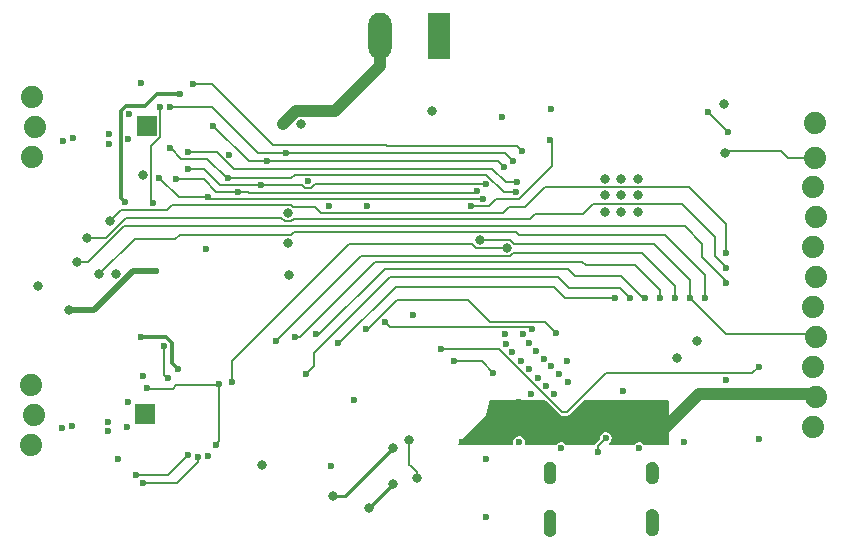
<source format=gbr>
%TF.GenerationSoftware,KiCad,Pcbnew,7.0.9*%
%TF.CreationDate,2023-12-08T19:14:30-07:00*%
%TF.ProjectId,mini_motor_go_V1_rev3,6d696e69-5f6d-46f7-946f-725f676f5f56,rev?*%
%TF.SameCoordinates,Original*%
%TF.FileFunction,Copper,L4,Bot*%
%TF.FilePolarity,Positive*%
%FSLAX46Y46*%
G04 Gerber Fmt 4.6, Leading zero omitted, Abs format (unit mm)*
G04 Created by KiCad (PCBNEW 7.0.9) date 2023-12-08 19:14:30*
%MOMM*%
%LPD*%
G01*
G04 APERTURE LIST*
%TA.AperFunction,EtchedComponent*%
%ADD10C,0.010000*%
%TD*%
%TA.AperFunction,ComponentPad*%
%ADD11C,0.600000*%
%TD*%
%TA.AperFunction,SMDPad,CuDef*%
%ADD12R,1.700000X1.700000*%
%TD*%
%TA.AperFunction,ComponentPad*%
%ADD13C,1.879600*%
%TD*%
%TA.AperFunction,ComponentPad*%
%ADD14O,0.800000X1.600000*%
%TD*%
%TA.AperFunction,ComponentPad*%
%ADD15R,1.980000X3.960000*%
%TD*%
%TA.AperFunction,ComponentPad*%
%ADD16O,1.980000X3.960000*%
%TD*%
%TA.AperFunction,ViaPad*%
%ADD17C,0.600000*%
%TD*%
%TA.AperFunction,ViaPad*%
%ADD18C,0.800000*%
%TD*%
%TA.AperFunction,Conductor*%
%ADD19C,1.000000*%
%TD*%
%TA.AperFunction,Conductor*%
%ADD20C,0.300000*%
%TD*%
%TA.AperFunction,Conductor*%
%ADD21C,0.200000*%
%TD*%
%TA.AperFunction,Conductor*%
%ADD22C,0.500000*%
%TD*%
%TA.AperFunction,Conductor*%
%ADD23C,0.152000*%
%TD*%
%TA.AperFunction,Conductor*%
%ADD24C,0.250000*%
%TD*%
G04 APERTURE END LIST*
%TO.C,J11*%
D10*
X160079600Y-89551700D02*
X160105600Y-89553700D01*
X160131600Y-89556700D01*
X160157600Y-89561700D01*
X160182600Y-89567700D01*
X160208600Y-89574700D01*
X160232600Y-89583700D01*
X160256600Y-89593700D01*
X160280600Y-89604700D01*
X160303600Y-89617700D01*
X160325600Y-89631700D01*
X160347600Y-89645700D01*
X160368600Y-89661700D01*
X160388600Y-89678700D01*
X160407600Y-89696700D01*
X160425600Y-89715700D01*
X160442600Y-89735700D01*
X160458600Y-89756700D01*
X160472600Y-89778700D01*
X160486600Y-89800700D01*
X160499600Y-89823700D01*
X160510600Y-89847700D01*
X160520600Y-89871700D01*
X160529600Y-89895700D01*
X160536600Y-89921700D01*
X160542600Y-89946700D01*
X160547600Y-89972700D01*
X160550600Y-89998700D01*
X160552600Y-90024700D01*
X160553600Y-90050700D01*
X160553600Y-90850700D01*
X160552600Y-90876700D01*
X160550600Y-90902700D01*
X160547600Y-90928700D01*
X160542600Y-90954700D01*
X160536600Y-90979700D01*
X160529600Y-91005700D01*
X160520600Y-91029700D01*
X160510600Y-91053700D01*
X160499600Y-91077700D01*
X160486600Y-91100700D01*
X160472600Y-91122700D01*
X160458600Y-91144700D01*
X160442600Y-91165700D01*
X160425600Y-91185700D01*
X160407600Y-91204700D01*
X160388600Y-91222700D01*
X160368600Y-91239700D01*
X160347600Y-91255700D01*
X160325600Y-91269700D01*
X160303600Y-91283700D01*
X160280600Y-91296700D01*
X160256600Y-91307700D01*
X160232600Y-91317700D01*
X160208600Y-91326700D01*
X160182600Y-91333700D01*
X160157600Y-91339700D01*
X160131600Y-91344700D01*
X160105600Y-91347700D01*
X160079600Y-91349700D01*
X160053600Y-91350700D01*
X160027600Y-91349700D01*
X160001600Y-91347700D01*
X159975600Y-91344700D01*
X159949600Y-91339700D01*
X159924600Y-91333700D01*
X159898600Y-91326700D01*
X159874600Y-91317700D01*
X159850600Y-91307700D01*
X159826600Y-91296700D01*
X159803600Y-91283700D01*
X159781600Y-91269700D01*
X159759600Y-91255700D01*
X159738600Y-91239700D01*
X159718600Y-91222700D01*
X159699600Y-91204700D01*
X159681600Y-91185700D01*
X159664600Y-91165700D01*
X159648600Y-91144700D01*
X159634600Y-91122700D01*
X159620600Y-91100700D01*
X159607600Y-91077700D01*
X159596600Y-91053700D01*
X159586600Y-91029700D01*
X159577600Y-91005700D01*
X159570600Y-90979700D01*
X159564600Y-90954700D01*
X159559600Y-90928700D01*
X159556600Y-90902700D01*
X159554600Y-90876700D01*
X159553600Y-90850700D01*
X159553600Y-90050700D01*
X159554600Y-90024700D01*
X159556600Y-89998700D01*
X159559600Y-89972700D01*
X159564600Y-89946700D01*
X159570600Y-89921700D01*
X159577600Y-89895700D01*
X159586600Y-89871700D01*
X159596600Y-89847700D01*
X159607600Y-89823700D01*
X159620600Y-89800700D01*
X159634600Y-89778700D01*
X159648600Y-89756700D01*
X159664600Y-89735700D01*
X159681600Y-89715700D01*
X159699600Y-89696700D01*
X159718600Y-89678700D01*
X159738600Y-89661700D01*
X159759600Y-89645700D01*
X159781600Y-89631700D01*
X159803600Y-89617700D01*
X159826600Y-89604700D01*
X159850600Y-89593700D01*
X159874600Y-89583700D01*
X159898600Y-89574700D01*
X159924600Y-89567700D01*
X159949600Y-89561700D01*
X159975600Y-89556700D01*
X160001600Y-89553700D01*
X160027600Y-89551700D01*
X160053600Y-89550700D01*
X160079600Y-89551700D01*
%TA.AperFunction,EtchedComponent*%
G36*
X160079600Y-89551700D02*
G01*
X160105600Y-89553700D01*
X160131600Y-89556700D01*
X160157600Y-89561700D01*
X160182600Y-89567700D01*
X160208600Y-89574700D01*
X160232600Y-89583700D01*
X160256600Y-89593700D01*
X160280600Y-89604700D01*
X160303600Y-89617700D01*
X160325600Y-89631700D01*
X160347600Y-89645700D01*
X160368600Y-89661700D01*
X160388600Y-89678700D01*
X160407600Y-89696700D01*
X160425600Y-89715700D01*
X160442600Y-89735700D01*
X160458600Y-89756700D01*
X160472600Y-89778700D01*
X160486600Y-89800700D01*
X160499600Y-89823700D01*
X160510600Y-89847700D01*
X160520600Y-89871700D01*
X160529600Y-89895700D01*
X160536600Y-89921700D01*
X160542600Y-89946700D01*
X160547600Y-89972700D01*
X160550600Y-89998700D01*
X160552600Y-90024700D01*
X160553600Y-90050700D01*
X160553600Y-90850700D01*
X160552600Y-90876700D01*
X160550600Y-90902700D01*
X160547600Y-90928700D01*
X160542600Y-90954700D01*
X160536600Y-90979700D01*
X160529600Y-91005700D01*
X160520600Y-91029700D01*
X160510600Y-91053700D01*
X160499600Y-91077700D01*
X160486600Y-91100700D01*
X160472600Y-91122700D01*
X160458600Y-91144700D01*
X160442600Y-91165700D01*
X160425600Y-91185700D01*
X160407600Y-91204700D01*
X160388600Y-91222700D01*
X160368600Y-91239700D01*
X160347600Y-91255700D01*
X160325600Y-91269700D01*
X160303600Y-91283700D01*
X160280600Y-91296700D01*
X160256600Y-91307700D01*
X160232600Y-91317700D01*
X160208600Y-91326700D01*
X160182600Y-91333700D01*
X160157600Y-91339700D01*
X160131600Y-91344700D01*
X160105600Y-91347700D01*
X160079600Y-91349700D01*
X160053600Y-91350700D01*
X160027600Y-91349700D01*
X160001600Y-91347700D01*
X159975600Y-91344700D01*
X159949600Y-91339700D01*
X159924600Y-91333700D01*
X159898600Y-91326700D01*
X159874600Y-91317700D01*
X159850600Y-91307700D01*
X159826600Y-91296700D01*
X159803600Y-91283700D01*
X159781600Y-91269700D01*
X159759600Y-91255700D01*
X159738600Y-91239700D01*
X159718600Y-91222700D01*
X159699600Y-91204700D01*
X159681600Y-91185700D01*
X159664600Y-91165700D01*
X159648600Y-91144700D01*
X159634600Y-91122700D01*
X159620600Y-91100700D01*
X159607600Y-91077700D01*
X159596600Y-91053700D01*
X159586600Y-91029700D01*
X159577600Y-91005700D01*
X159570600Y-90979700D01*
X159564600Y-90954700D01*
X159559600Y-90928700D01*
X159556600Y-90902700D01*
X159554600Y-90876700D01*
X159553600Y-90850700D01*
X159553600Y-90050700D01*
X159554600Y-90024700D01*
X159556600Y-89998700D01*
X159559600Y-89972700D01*
X159564600Y-89946700D01*
X159570600Y-89921700D01*
X159577600Y-89895700D01*
X159586600Y-89871700D01*
X159596600Y-89847700D01*
X159607600Y-89823700D01*
X159620600Y-89800700D01*
X159634600Y-89778700D01*
X159648600Y-89756700D01*
X159664600Y-89735700D01*
X159681600Y-89715700D01*
X159699600Y-89696700D01*
X159718600Y-89678700D01*
X159738600Y-89661700D01*
X159759600Y-89645700D01*
X159781600Y-89631700D01*
X159803600Y-89617700D01*
X159826600Y-89604700D01*
X159850600Y-89593700D01*
X159874600Y-89583700D01*
X159898600Y-89574700D01*
X159924600Y-89567700D01*
X159949600Y-89561700D01*
X159975600Y-89556700D01*
X160001600Y-89553700D01*
X160027600Y-89551700D01*
X160053600Y-89550700D01*
X160079600Y-89551700D01*
G37*
%TD.AperFunction*%
X160079600Y-93601700D02*
X160105600Y-93603700D01*
X160131600Y-93606700D01*
X160157600Y-93611700D01*
X160182600Y-93617700D01*
X160208600Y-93624700D01*
X160232600Y-93633700D01*
X160256600Y-93643700D01*
X160280600Y-93654700D01*
X160303600Y-93667700D01*
X160325600Y-93681700D01*
X160347600Y-93695700D01*
X160368600Y-93711700D01*
X160388600Y-93728700D01*
X160407600Y-93746700D01*
X160425600Y-93765700D01*
X160442600Y-93785700D01*
X160458600Y-93806700D01*
X160472600Y-93828700D01*
X160486600Y-93850700D01*
X160499600Y-93873700D01*
X160510600Y-93897700D01*
X160520600Y-93921700D01*
X160529600Y-93945700D01*
X160536600Y-93971700D01*
X160542600Y-93996700D01*
X160547600Y-94022700D01*
X160550600Y-94048700D01*
X160552600Y-94074700D01*
X160553600Y-94100700D01*
X160553600Y-95300700D01*
X160552600Y-95326700D01*
X160550600Y-95352700D01*
X160547600Y-95378700D01*
X160542600Y-95404700D01*
X160536600Y-95429700D01*
X160529600Y-95455700D01*
X160520600Y-95479700D01*
X160510600Y-95503700D01*
X160499600Y-95527700D01*
X160486600Y-95550700D01*
X160472600Y-95572700D01*
X160458600Y-95594700D01*
X160442600Y-95615700D01*
X160425600Y-95635700D01*
X160407600Y-95654700D01*
X160388600Y-95672700D01*
X160368600Y-95689700D01*
X160347600Y-95705700D01*
X160325600Y-95719700D01*
X160303600Y-95733700D01*
X160280600Y-95746700D01*
X160256600Y-95757700D01*
X160232600Y-95767700D01*
X160208600Y-95776700D01*
X160182600Y-95783700D01*
X160157600Y-95789700D01*
X160131600Y-95794700D01*
X160105600Y-95797700D01*
X160079600Y-95799700D01*
X160053600Y-95800700D01*
X160027600Y-95799700D01*
X160001600Y-95797700D01*
X159975600Y-95794700D01*
X159949600Y-95789700D01*
X159924600Y-95783700D01*
X159898600Y-95776700D01*
X159874600Y-95767700D01*
X159850600Y-95757700D01*
X159826600Y-95746700D01*
X159803600Y-95733700D01*
X159781600Y-95719700D01*
X159759600Y-95705700D01*
X159738600Y-95689700D01*
X159718600Y-95672700D01*
X159699600Y-95654700D01*
X159681600Y-95635700D01*
X159664600Y-95615700D01*
X159648600Y-95594700D01*
X159634600Y-95572700D01*
X159620600Y-95550700D01*
X159607600Y-95527700D01*
X159596600Y-95503700D01*
X159586600Y-95479700D01*
X159577600Y-95455700D01*
X159570600Y-95429700D01*
X159564600Y-95404700D01*
X159559600Y-95378700D01*
X159556600Y-95352700D01*
X159554600Y-95326700D01*
X159553600Y-95300700D01*
X159553600Y-94100700D01*
X159554600Y-94074700D01*
X159556600Y-94048700D01*
X159559600Y-94022700D01*
X159564600Y-93996700D01*
X159570600Y-93971700D01*
X159577600Y-93945700D01*
X159586600Y-93921700D01*
X159596600Y-93897700D01*
X159607600Y-93873700D01*
X159620600Y-93850700D01*
X159634600Y-93828700D01*
X159648600Y-93806700D01*
X159664600Y-93785700D01*
X159681600Y-93765700D01*
X159699600Y-93746700D01*
X159718600Y-93728700D01*
X159738600Y-93711700D01*
X159759600Y-93695700D01*
X159781600Y-93681700D01*
X159803600Y-93667700D01*
X159826600Y-93654700D01*
X159850600Y-93643700D01*
X159874600Y-93633700D01*
X159898600Y-93624700D01*
X159924600Y-93617700D01*
X159949600Y-93611700D01*
X159975600Y-93606700D01*
X160001600Y-93603700D01*
X160027600Y-93601700D01*
X160053600Y-93600700D01*
X160079600Y-93601700D01*
%TA.AperFunction,EtchedComponent*%
G36*
X160079600Y-93601700D02*
G01*
X160105600Y-93603700D01*
X160131600Y-93606700D01*
X160157600Y-93611700D01*
X160182600Y-93617700D01*
X160208600Y-93624700D01*
X160232600Y-93633700D01*
X160256600Y-93643700D01*
X160280600Y-93654700D01*
X160303600Y-93667700D01*
X160325600Y-93681700D01*
X160347600Y-93695700D01*
X160368600Y-93711700D01*
X160388600Y-93728700D01*
X160407600Y-93746700D01*
X160425600Y-93765700D01*
X160442600Y-93785700D01*
X160458600Y-93806700D01*
X160472600Y-93828700D01*
X160486600Y-93850700D01*
X160499600Y-93873700D01*
X160510600Y-93897700D01*
X160520600Y-93921700D01*
X160529600Y-93945700D01*
X160536600Y-93971700D01*
X160542600Y-93996700D01*
X160547600Y-94022700D01*
X160550600Y-94048700D01*
X160552600Y-94074700D01*
X160553600Y-94100700D01*
X160553600Y-95300700D01*
X160552600Y-95326700D01*
X160550600Y-95352700D01*
X160547600Y-95378700D01*
X160542600Y-95404700D01*
X160536600Y-95429700D01*
X160529600Y-95455700D01*
X160520600Y-95479700D01*
X160510600Y-95503700D01*
X160499600Y-95527700D01*
X160486600Y-95550700D01*
X160472600Y-95572700D01*
X160458600Y-95594700D01*
X160442600Y-95615700D01*
X160425600Y-95635700D01*
X160407600Y-95654700D01*
X160388600Y-95672700D01*
X160368600Y-95689700D01*
X160347600Y-95705700D01*
X160325600Y-95719700D01*
X160303600Y-95733700D01*
X160280600Y-95746700D01*
X160256600Y-95757700D01*
X160232600Y-95767700D01*
X160208600Y-95776700D01*
X160182600Y-95783700D01*
X160157600Y-95789700D01*
X160131600Y-95794700D01*
X160105600Y-95797700D01*
X160079600Y-95799700D01*
X160053600Y-95800700D01*
X160027600Y-95799700D01*
X160001600Y-95797700D01*
X159975600Y-95794700D01*
X159949600Y-95789700D01*
X159924600Y-95783700D01*
X159898600Y-95776700D01*
X159874600Y-95767700D01*
X159850600Y-95757700D01*
X159826600Y-95746700D01*
X159803600Y-95733700D01*
X159781600Y-95719700D01*
X159759600Y-95705700D01*
X159738600Y-95689700D01*
X159718600Y-95672700D01*
X159699600Y-95654700D01*
X159681600Y-95635700D01*
X159664600Y-95615700D01*
X159648600Y-95594700D01*
X159634600Y-95572700D01*
X159620600Y-95550700D01*
X159607600Y-95527700D01*
X159596600Y-95503700D01*
X159586600Y-95479700D01*
X159577600Y-95455700D01*
X159570600Y-95429700D01*
X159564600Y-95404700D01*
X159559600Y-95378700D01*
X159556600Y-95352700D01*
X159554600Y-95326700D01*
X159553600Y-95300700D01*
X159553600Y-94100700D01*
X159554600Y-94074700D01*
X159556600Y-94048700D01*
X159559600Y-94022700D01*
X159564600Y-93996700D01*
X159570600Y-93971700D01*
X159577600Y-93945700D01*
X159586600Y-93921700D01*
X159596600Y-93897700D01*
X159607600Y-93873700D01*
X159620600Y-93850700D01*
X159634600Y-93828700D01*
X159648600Y-93806700D01*
X159664600Y-93785700D01*
X159681600Y-93765700D01*
X159699600Y-93746700D01*
X159718600Y-93728700D01*
X159738600Y-93711700D01*
X159759600Y-93695700D01*
X159781600Y-93681700D01*
X159803600Y-93667700D01*
X159826600Y-93654700D01*
X159850600Y-93643700D01*
X159874600Y-93633700D01*
X159898600Y-93624700D01*
X159924600Y-93617700D01*
X159949600Y-93611700D01*
X159975600Y-93606700D01*
X160001600Y-93603700D01*
X160027600Y-93601700D01*
X160053600Y-93600700D01*
X160079600Y-93601700D01*
G37*
%TD.AperFunction*%
X168729600Y-89551700D02*
X168755600Y-89553700D01*
X168781600Y-89556700D01*
X168807600Y-89561700D01*
X168832600Y-89567700D01*
X168858600Y-89574700D01*
X168882600Y-89583700D01*
X168906600Y-89593700D01*
X168930600Y-89604700D01*
X168953600Y-89617700D01*
X168975600Y-89631700D01*
X168997600Y-89645700D01*
X169018600Y-89661700D01*
X169038600Y-89678700D01*
X169057600Y-89696700D01*
X169075600Y-89715700D01*
X169092600Y-89735700D01*
X169108600Y-89756700D01*
X169122600Y-89778700D01*
X169136600Y-89800700D01*
X169149600Y-89823700D01*
X169160600Y-89847700D01*
X169170600Y-89871700D01*
X169179600Y-89895700D01*
X169186600Y-89921700D01*
X169192600Y-89946700D01*
X169197600Y-89972700D01*
X169200600Y-89998700D01*
X169202600Y-90024700D01*
X169203600Y-90050700D01*
X169203600Y-90850700D01*
X169202600Y-90876700D01*
X169200600Y-90902700D01*
X169197600Y-90928700D01*
X169192600Y-90954700D01*
X169186600Y-90979700D01*
X169179600Y-91005700D01*
X169170600Y-91029700D01*
X169160600Y-91053700D01*
X169149600Y-91077700D01*
X169136600Y-91100700D01*
X169122600Y-91122700D01*
X169108600Y-91144700D01*
X169092600Y-91165700D01*
X169075600Y-91185700D01*
X169057600Y-91204700D01*
X169038600Y-91222700D01*
X169018600Y-91239700D01*
X168997600Y-91255700D01*
X168975600Y-91269700D01*
X168953600Y-91283700D01*
X168930600Y-91296700D01*
X168906600Y-91307700D01*
X168882600Y-91317700D01*
X168858600Y-91326700D01*
X168832600Y-91333700D01*
X168807600Y-91339700D01*
X168781600Y-91344700D01*
X168755600Y-91347700D01*
X168729600Y-91349700D01*
X168703600Y-91350700D01*
X168677600Y-91349700D01*
X168651600Y-91347700D01*
X168625600Y-91344700D01*
X168599600Y-91339700D01*
X168574600Y-91333700D01*
X168548600Y-91326700D01*
X168524600Y-91317700D01*
X168500600Y-91307700D01*
X168476600Y-91296700D01*
X168453600Y-91283700D01*
X168431600Y-91269700D01*
X168409600Y-91255700D01*
X168388600Y-91239700D01*
X168368600Y-91222700D01*
X168349600Y-91204700D01*
X168331600Y-91185700D01*
X168314600Y-91165700D01*
X168298600Y-91144700D01*
X168284600Y-91122700D01*
X168270600Y-91100700D01*
X168257600Y-91077700D01*
X168246600Y-91053700D01*
X168236600Y-91029700D01*
X168227600Y-91005700D01*
X168220600Y-90979700D01*
X168214600Y-90954700D01*
X168209600Y-90928700D01*
X168206600Y-90902700D01*
X168204600Y-90876700D01*
X168203600Y-90850700D01*
X168203600Y-90050700D01*
X168204600Y-90024700D01*
X168206600Y-89998700D01*
X168209600Y-89972700D01*
X168214600Y-89946700D01*
X168220600Y-89921700D01*
X168227600Y-89895700D01*
X168236600Y-89871700D01*
X168246600Y-89847700D01*
X168257600Y-89823700D01*
X168270600Y-89800700D01*
X168284600Y-89778700D01*
X168298600Y-89756700D01*
X168314600Y-89735700D01*
X168331600Y-89715700D01*
X168349600Y-89696700D01*
X168368600Y-89678700D01*
X168388600Y-89661700D01*
X168409600Y-89645700D01*
X168431600Y-89631700D01*
X168453600Y-89617700D01*
X168476600Y-89604700D01*
X168500600Y-89593700D01*
X168524600Y-89583700D01*
X168548600Y-89574700D01*
X168574600Y-89567700D01*
X168599600Y-89561700D01*
X168625600Y-89556700D01*
X168651600Y-89553700D01*
X168677600Y-89551700D01*
X168703600Y-89550700D01*
X168729600Y-89551700D01*
%TA.AperFunction,EtchedComponent*%
G36*
X168729600Y-89551700D02*
G01*
X168755600Y-89553700D01*
X168781600Y-89556700D01*
X168807600Y-89561700D01*
X168832600Y-89567700D01*
X168858600Y-89574700D01*
X168882600Y-89583700D01*
X168906600Y-89593700D01*
X168930600Y-89604700D01*
X168953600Y-89617700D01*
X168975600Y-89631700D01*
X168997600Y-89645700D01*
X169018600Y-89661700D01*
X169038600Y-89678700D01*
X169057600Y-89696700D01*
X169075600Y-89715700D01*
X169092600Y-89735700D01*
X169108600Y-89756700D01*
X169122600Y-89778700D01*
X169136600Y-89800700D01*
X169149600Y-89823700D01*
X169160600Y-89847700D01*
X169170600Y-89871700D01*
X169179600Y-89895700D01*
X169186600Y-89921700D01*
X169192600Y-89946700D01*
X169197600Y-89972700D01*
X169200600Y-89998700D01*
X169202600Y-90024700D01*
X169203600Y-90050700D01*
X169203600Y-90850700D01*
X169202600Y-90876700D01*
X169200600Y-90902700D01*
X169197600Y-90928700D01*
X169192600Y-90954700D01*
X169186600Y-90979700D01*
X169179600Y-91005700D01*
X169170600Y-91029700D01*
X169160600Y-91053700D01*
X169149600Y-91077700D01*
X169136600Y-91100700D01*
X169122600Y-91122700D01*
X169108600Y-91144700D01*
X169092600Y-91165700D01*
X169075600Y-91185700D01*
X169057600Y-91204700D01*
X169038600Y-91222700D01*
X169018600Y-91239700D01*
X168997600Y-91255700D01*
X168975600Y-91269700D01*
X168953600Y-91283700D01*
X168930600Y-91296700D01*
X168906600Y-91307700D01*
X168882600Y-91317700D01*
X168858600Y-91326700D01*
X168832600Y-91333700D01*
X168807600Y-91339700D01*
X168781600Y-91344700D01*
X168755600Y-91347700D01*
X168729600Y-91349700D01*
X168703600Y-91350700D01*
X168677600Y-91349700D01*
X168651600Y-91347700D01*
X168625600Y-91344700D01*
X168599600Y-91339700D01*
X168574600Y-91333700D01*
X168548600Y-91326700D01*
X168524600Y-91317700D01*
X168500600Y-91307700D01*
X168476600Y-91296700D01*
X168453600Y-91283700D01*
X168431600Y-91269700D01*
X168409600Y-91255700D01*
X168388600Y-91239700D01*
X168368600Y-91222700D01*
X168349600Y-91204700D01*
X168331600Y-91185700D01*
X168314600Y-91165700D01*
X168298600Y-91144700D01*
X168284600Y-91122700D01*
X168270600Y-91100700D01*
X168257600Y-91077700D01*
X168246600Y-91053700D01*
X168236600Y-91029700D01*
X168227600Y-91005700D01*
X168220600Y-90979700D01*
X168214600Y-90954700D01*
X168209600Y-90928700D01*
X168206600Y-90902700D01*
X168204600Y-90876700D01*
X168203600Y-90850700D01*
X168203600Y-90050700D01*
X168204600Y-90024700D01*
X168206600Y-89998700D01*
X168209600Y-89972700D01*
X168214600Y-89946700D01*
X168220600Y-89921700D01*
X168227600Y-89895700D01*
X168236600Y-89871700D01*
X168246600Y-89847700D01*
X168257600Y-89823700D01*
X168270600Y-89800700D01*
X168284600Y-89778700D01*
X168298600Y-89756700D01*
X168314600Y-89735700D01*
X168331600Y-89715700D01*
X168349600Y-89696700D01*
X168368600Y-89678700D01*
X168388600Y-89661700D01*
X168409600Y-89645700D01*
X168431600Y-89631700D01*
X168453600Y-89617700D01*
X168476600Y-89604700D01*
X168500600Y-89593700D01*
X168524600Y-89583700D01*
X168548600Y-89574700D01*
X168574600Y-89567700D01*
X168599600Y-89561700D01*
X168625600Y-89556700D01*
X168651600Y-89553700D01*
X168677600Y-89551700D01*
X168703600Y-89550700D01*
X168729600Y-89551700D01*
G37*
%TD.AperFunction*%
X168729600Y-93551700D02*
X168755600Y-93553700D01*
X168781600Y-93556700D01*
X168807600Y-93561700D01*
X168832600Y-93567700D01*
X168858600Y-93574700D01*
X168882600Y-93583700D01*
X168906600Y-93593700D01*
X168930600Y-93604700D01*
X168953600Y-93617700D01*
X168975600Y-93631700D01*
X168997600Y-93645700D01*
X169018600Y-93661700D01*
X169038600Y-93678700D01*
X169057600Y-93696700D01*
X169075600Y-93715700D01*
X169092600Y-93735700D01*
X169108600Y-93756700D01*
X169122600Y-93778700D01*
X169136600Y-93800700D01*
X169149600Y-93823700D01*
X169160600Y-93847700D01*
X169170600Y-93871700D01*
X169179600Y-93895700D01*
X169186600Y-93921700D01*
X169192600Y-93946700D01*
X169197600Y-93972700D01*
X169200600Y-93998700D01*
X169202600Y-94024700D01*
X169203600Y-94050700D01*
X169203600Y-95250700D01*
X169202600Y-95276700D01*
X169200600Y-95302700D01*
X169197600Y-95328700D01*
X169192600Y-95354700D01*
X169186600Y-95379700D01*
X169179600Y-95405700D01*
X169170600Y-95429700D01*
X169160600Y-95453700D01*
X169149600Y-95477700D01*
X169136600Y-95500700D01*
X169122600Y-95522700D01*
X169108600Y-95544700D01*
X169092600Y-95565700D01*
X169075600Y-95585700D01*
X169057600Y-95604700D01*
X169038600Y-95622700D01*
X169018600Y-95639700D01*
X168997600Y-95655700D01*
X168975600Y-95669700D01*
X168953600Y-95683700D01*
X168930600Y-95696700D01*
X168906600Y-95707700D01*
X168882600Y-95717700D01*
X168858600Y-95726700D01*
X168832600Y-95733700D01*
X168807600Y-95739700D01*
X168781600Y-95744700D01*
X168755600Y-95747700D01*
X168729600Y-95749700D01*
X168703600Y-95750700D01*
X168677600Y-95749700D01*
X168651600Y-95747700D01*
X168625600Y-95744700D01*
X168599600Y-95739700D01*
X168574600Y-95733700D01*
X168548600Y-95726700D01*
X168524600Y-95717700D01*
X168500600Y-95707700D01*
X168476600Y-95696700D01*
X168453600Y-95683700D01*
X168431600Y-95669700D01*
X168409600Y-95655700D01*
X168388600Y-95639700D01*
X168368600Y-95622700D01*
X168349600Y-95604700D01*
X168331600Y-95585700D01*
X168314600Y-95565700D01*
X168298600Y-95544700D01*
X168284600Y-95522700D01*
X168270600Y-95500700D01*
X168257600Y-95477700D01*
X168246600Y-95453700D01*
X168236600Y-95429700D01*
X168227600Y-95405700D01*
X168220600Y-95379700D01*
X168214600Y-95354700D01*
X168209600Y-95328700D01*
X168206600Y-95302700D01*
X168204600Y-95276700D01*
X168203600Y-95250700D01*
X168203600Y-94050700D01*
X168204600Y-94024700D01*
X168206600Y-93998700D01*
X168209600Y-93972700D01*
X168214600Y-93946700D01*
X168220600Y-93921700D01*
X168227600Y-93895700D01*
X168236600Y-93871700D01*
X168246600Y-93847700D01*
X168257600Y-93823700D01*
X168270600Y-93800700D01*
X168284600Y-93778700D01*
X168298600Y-93756700D01*
X168314600Y-93735700D01*
X168331600Y-93715700D01*
X168349600Y-93696700D01*
X168368600Y-93678700D01*
X168388600Y-93661700D01*
X168409600Y-93645700D01*
X168431600Y-93631700D01*
X168453600Y-93617700D01*
X168476600Y-93604700D01*
X168500600Y-93593700D01*
X168524600Y-93583700D01*
X168548600Y-93574700D01*
X168574600Y-93567700D01*
X168599600Y-93561700D01*
X168625600Y-93556700D01*
X168651600Y-93553700D01*
X168677600Y-93551700D01*
X168703600Y-93550700D01*
X168729600Y-93551700D01*
%TA.AperFunction,EtchedComponent*%
G36*
X168729600Y-93551700D02*
G01*
X168755600Y-93553700D01*
X168781600Y-93556700D01*
X168807600Y-93561700D01*
X168832600Y-93567700D01*
X168858600Y-93574700D01*
X168882600Y-93583700D01*
X168906600Y-93593700D01*
X168930600Y-93604700D01*
X168953600Y-93617700D01*
X168975600Y-93631700D01*
X168997600Y-93645700D01*
X169018600Y-93661700D01*
X169038600Y-93678700D01*
X169057600Y-93696700D01*
X169075600Y-93715700D01*
X169092600Y-93735700D01*
X169108600Y-93756700D01*
X169122600Y-93778700D01*
X169136600Y-93800700D01*
X169149600Y-93823700D01*
X169160600Y-93847700D01*
X169170600Y-93871700D01*
X169179600Y-93895700D01*
X169186600Y-93921700D01*
X169192600Y-93946700D01*
X169197600Y-93972700D01*
X169200600Y-93998700D01*
X169202600Y-94024700D01*
X169203600Y-94050700D01*
X169203600Y-95250700D01*
X169202600Y-95276700D01*
X169200600Y-95302700D01*
X169197600Y-95328700D01*
X169192600Y-95354700D01*
X169186600Y-95379700D01*
X169179600Y-95405700D01*
X169170600Y-95429700D01*
X169160600Y-95453700D01*
X169149600Y-95477700D01*
X169136600Y-95500700D01*
X169122600Y-95522700D01*
X169108600Y-95544700D01*
X169092600Y-95565700D01*
X169075600Y-95585700D01*
X169057600Y-95604700D01*
X169038600Y-95622700D01*
X169018600Y-95639700D01*
X168997600Y-95655700D01*
X168975600Y-95669700D01*
X168953600Y-95683700D01*
X168930600Y-95696700D01*
X168906600Y-95707700D01*
X168882600Y-95717700D01*
X168858600Y-95726700D01*
X168832600Y-95733700D01*
X168807600Y-95739700D01*
X168781600Y-95744700D01*
X168755600Y-95747700D01*
X168729600Y-95749700D01*
X168703600Y-95750700D01*
X168677600Y-95749700D01*
X168651600Y-95747700D01*
X168625600Y-95744700D01*
X168599600Y-95739700D01*
X168574600Y-95733700D01*
X168548600Y-95726700D01*
X168524600Y-95717700D01*
X168500600Y-95707700D01*
X168476600Y-95696700D01*
X168453600Y-95683700D01*
X168431600Y-95669700D01*
X168409600Y-95655700D01*
X168388600Y-95639700D01*
X168368600Y-95622700D01*
X168349600Y-95604700D01*
X168331600Y-95585700D01*
X168314600Y-95565700D01*
X168298600Y-95544700D01*
X168284600Y-95522700D01*
X168270600Y-95500700D01*
X168257600Y-95477700D01*
X168246600Y-95453700D01*
X168236600Y-95429700D01*
X168227600Y-95405700D01*
X168220600Y-95379700D01*
X168214600Y-95354700D01*
X168209600Y-95328700D01*
X168206600Y-95302700D01*
X168204600Y-95276700D01*
X168203600Y-95250700D01*
X168203600Y-94050700D01*
X168204600Y-94024700D01*
X168206600Y-93998700D01*
X168209600Y-93972700D01*
X168214600Y-93946700D01*
X168220600Y-93921700D01*
X168227600Y-93895700D01*
X168236600Y-93871700D01*
X168246600Y-93847700D01*
X168257600Y-93823700D01*
X168270600Y-93800700D01*
X168284600Y-93778700D01*
X168298600Y-93756700D01*
X168314600Y-93735700D01*
X168331600Y-93715700D01*
X168349600Y-93696700D01*
X168368600Y-93678700D01*
X168388600Y-93661700D01*
X168409600Y-93645700D01*
X168431600Y-93631700D01*
X168453600Y-93617700D01*
X168476600Y-93604700D01*
X168500600Y-93593700D01*
X168524600Y-93583700D01*
X168548600Y-93574700D01*
X168574600Y-93567700D01*
X168599600Y-93561700D01*
X168625600Y-93556700D01*
X168651600Y-93553700D01*
X168677600Y-93551700D01*
X168703600Y-93550700D01*
X168729600Y-93551700D01*
G37*
%TD.AperFunction*%
%TD*%
D11*
%TO.P,U2,21,PAD*%
%TO.N,GND*%
X125481600Y-61536400D03*
X126381600Y-61536400D03*
D12*
X125931600Y-61136400D03*
D11*
X125481600Y-60736400D03*
X126381600Y-60736400D03*
%TD*%
D13*
%TO.P,J2,1,1*%
%TO.N,Net-(U3-in+1)*%
X116174213Y-88112054D03*
%TO.P,J2,2,2*%
%TO.N,Net-(U5-V)*%
X116428213Y-85572054D03*
%TO.P,J2,3,3*%
%TO.N,Net-(U3-in+2)*%
X116174213Y-83032054D03*
%TD*%
D14*
%TO.P,J11,S1,SHELL_GND*%
%TO.N,unconnected-(J11-SHELL_GND-PadS1)*%
X160053600Y-94650700D03*
%TO.P,J11,S2,SHELL_GND*%
%TO.N,unconnected-(J11-SHELL_GND-PadS2)*%
X168703600Y-90450700D03*
%TO.P,J11,S3,SHELL_GND*%
%TO.N,unconnected-(J11-SHELL_GND-PadS3)*%
X160053600Y-90450700D03*
%TO.P,J11,S4,SHELL_GND*%
%TO.N,unconnected-(J11-SHELL_GND-PadS4)*%
X168703600Y-94650700D03*
%TD*%
D13*
%TO.P,J10,1,Pin_1*%
%TO.N,Net-(J10-Pin_1)*%
X182515000Y-63777800D03*
%TO.P,J10,2,Pin_2*%
%TO.N,Net-(J10-Pin_2)*%
X182515000Y-60882200D03*
%TD*%
D11*
%TO.P,U5,21,PAD*%
%TO.N,GND*%
X125389938Y-85894093D03*
X126289938Y-85894093D03*
D12*
X125839938Y-85494093D03*
D11*
X125389938Y-85094093D03*
X126289938Y-85094093D03*
%TD*%
D13*
%TO.P,J1,1,1*%
%TO.N,Net-(U4-in+1)*%
X116257000Y-63754000D03*
%TO.P,J1,2,2*%
%TO.N,Net-(U2-V)*%
X116511000Y-61214000D03*
%TO.P,J1,3,3*%
%TO.N,Net-(U4-in+2)*%
X116257000Y-58674000D03*
%TD*%
%TO.P,J9,1,Pin_1*%
%TO.N,+3.3V*%
X182344000Y-86610000D03*
%TO.P,J9,2,Pin_2*%
%TO.N,+5V*%
X182598000Y-84070000D03*
%TO.P,J9,3,Pin_3*%
%TO.N,GND*%
X182344000Y-81530000D03*
%TO.P,J9,4,Pin_4*%
%TO.N,gpio47*%
X182598000Y-78990000D03*
%TO.P,J9,5,Pin_5*%
%TO.N,gpio38*%
X182344000Y-76450000D03*
%TO.P,J9,6,Pin_6*%
%TO.N,Net-(J9-Pin_6)*%
X182598000Y-73910000D03*
%TO.P,J9,7,Pin_7*%
%TO.N,Net-(J9-Pin_7)*%
X182344000Y-71370000D03*
%TO.P,J9,8,Pin_8*%
%TO.N,Net-(J9-Pin_8)*%
X182598000Y-68830000D03*
%TO.P,J9,9,Pin_9*%
%TO.N,Net-(J9-Pin_9)*%
X182344000Y-66290000D03*
%TD*%
D15*
%TO.P,J8,1,+*%
%TO.N,+BATT*%
X150668062Y-53472238D03*
D16*
%TO.P,J8,2,-*%
%TO.N,GND*%
X145668062Y-53472238D03*
%TD*%
D17*
%TO.N,+BATT*%
X122642802Y-86943201D03*
D18*
X125624500Y-65250000D03*
X139050000Y-60930000D03*
D17*
X123535134Y-89300134D03*
X122732800Y-62585600D03*
X122732800Y-61772800D03*
X122642802Y-86130401D03*
%TO.N,GND*%
X161544000Y-81026000D03*
X158328060Y-81671940D03*
X166274001Y-83563600D03*
D18*
X164740000Y-66980000D03*
D17*
X118782002Y-86689201D03*
X154686000Y-94234000D03*
D18*
X164740000Y-68380000D03*
D17*
X161590842Y-82809158D03*
X124401600Y-62188400D03*
D18*
X116735000Y-74676000D03*
D17*
X157628060Y-80971940D03*
X159044166Y-82433634D03*
D18*
X166140000Y-65580000D03*
D17*
X159590842Y-80809158D03*
D18*
X123337570Y-73660000D03*
D17*
X171450000Y-87884000D03*
D18*
X135689493Y-89801810D03*
D17*
X159778060Y-83121940D03*
D18*
X166140000Y-68380000D03*
D17*
X177800000Y-87600000D03*
X157480000Y-87884000D03*
X131000000Y-71500000D03*
D18*
X137520000Y-60904365D03*
D17*
X132956940Y-63543060D03*
X157825500Y-78750000D03*
X124351602Y-84426001D03*
D18*
X164735137Y-65597355D03*
D17*
X156878060Y-80221940D03*
D18*
X137900000Y-70975500D03*
X166140000Y-66980000D03*
D17*
X143500000Y-84300000D03*
X160419981Y-83809449D03*
D18*
X167540000Y-66980000D03*
D17*
X156342637Y-79578908D03*
D18*
X167540000Y-68380000D03*
X174800000Y-59200000D03*
D17*
X141524000Y-89900000D03*
X119727546Y-62136006D03*
D18*
X138000000Y-73750000D03*
D17*
X158496000Y-83820000D03*
X124311602Y-86546001D03*
X124441600Y-60068400D03*
X125625500Y-82290000D03*
X160890842Y-82109158D03*
X118872000Y-62331600D03*
X161036000Y-88392000D03*
X144559980Y-67875500D03*
D18*
X167540000Y-65580000D03*
D17*
X158283364Y-79501678D03*
X167640000Y-88392000D03*
X160200000Y-59700000D03*
D18*
X172530000Y-79340000D03*
D17*
X131114800Y-89013600D03*
X119637548Y-86493607D03*
X156322500Y-78680558D03*
X125490000Y-57470000D03*
D18*
X137900000Y-68500000D03*
D17*
X158940842Y-80159158D03*
X160190842Y-81409158D03*
X154686000Y-89300000D03*
D18*
%TO.N,+3.3V*%
X148185362Y-87725395D03*
X148844000Y-90932000D03*
D17*
X156000000Y-60300000D03*
X125476000Y-79006000D03*
X148500000Y-77100000D03*
D18*
X119380000Y-76708000D03*
D17*
X175000000Y-82600000D03*
X125072469Y-73406000D03*
X128778000Y-58420000D03*
X128590000Y-81710000D03*
X126746000Y-73406000D03*
D18*
X170830000Y-80730000D03*
D17*
X124129800Y-67538600D03*
%TO.N,Net-(U3-in-1)*%
X125000000Y-90673500D03*
X129427830Y-88977500D03*
%TO.N,Net-(U3-in+1)*%
X130327526Y-89152900D03*
X125600000Y-91350000D03*
%TO.N,Net-(U3-ref_1)*%
X131775200Y-88073800D03*
X132100000Y-82950000D03*
X125943348Y-83248850D03*
%TO.N,/motor_controls/standby*%
X127421731Y-79763000D03*
X126492000Y-67640200D03*
X127104261Y-59503500D03*
X127740000Y-82470000D03*
%TO.N,+5V*%
X160528000Y-87630000D03*
X169926000Y-86614000D03*
X157480000Y-84455000D03*
X139599292Y-65785500D03*
X156210000Y-87884000D03*
X164338000Y-84582000D03*
X168500000Y-85900000D03*
X152654000Y-87884000D03*
D18*
X150070000Y-59790000D03*
D17*
X168402000Y-87630000D03*
X155448000Y-84836000D03*
%TO.N,Net-(U7-VFB)*%
X141400000Y-67900000D03*
D18*
%TO.N,m1_enc_cs*%
X122851991Y-69148009D03*
D17*
X175006000Y-71882000D03*
D18*
%TO.N,m2_enc_cs*%
X121920000Y-73660000D03*
D17*
X173228000Y-75692000D03*
%TO.N,m2_uh*%
X158600000Y-78300000D03*
X146106940Y-77706940D03*
%TO.N,m2_ul*%
X140250000Y-78750000D03*
X168148000Y-75692000D03*
%TO.N,m2_vh*%
X144531940Y-78281940D03*
X160600000Y-78621500D03*
%TO.N,m2_vl*%
X136900000Y-79300000D03*
X170688000Y-75692000D03*
%TO.N,m2_wh*%
X165608000Y-75692000D03*
X142113440Y-79513440D03*
%TO.N,m2_wl*%
X138500000Y-79000000D03*
X169418000Y-75692000D03*
%TO.N,m1_uh*%
X131150000Y-67150000D03*
X127000000Y-65500000D03*
X154391439Y-67300500D03*
%TO.N,m1_ul*%
X157200000Y-66700000D03*
X132789823Y-65500000D03*
X127939800Y-62941200D03*
%TO.N,m1_vh*%
X133700000Y-66700000D03*
X128400000Y-65618700D03*
X153900000Y-66585969D03*
%TO.N,m1_vl*%
X157000000Y-64075500D03*
X137700000Y-63400000D03*
X127939800Y-59503500D03*
%TO.N,m1_wh*%
X135600000Y-66075500D03*
X129446099Y-64700000D03*
X154693060Y-66006940D03*
%TO.N,m1_wl*%
X136100000Y-64100000D03*
X156200000Y-64600000D03*
X131600000Y-61100000D03*
%TO.N,Net-(J11-DP1)*%
X164800000Y-87517500D03*
X164126101Y-88722573D03*
%TO.N,Net-(U1-EN)*%
X160100000Y-62300000D03*
X153400000Y-67900000D03*
%TO.N,m2_current_sense_u*%
X133200000Y-82750000D03*
D18*
X156464000Y-71460500D03*
D17*
%TO.N,m2_current_sense_w*%
X139400000Y-82100000D03*
X166878000Y-75692000D03*
D18*
%TO.N,Net-(J10-Pin_1)*%
X174940000Y-63420000D03*
D17*
%TO.N,m1_current_sense_w*%
X129908326Y-57568045D03*
X157734000Y-63246000D03*
%TO.N,m1_current_sense_u*%
X129421099Y-63280167D03*
X157325503Y-65828100D03*
%TO.N,enc_scl*%
X175006000Y-73152000D03*
D18*
X120904000Y-70612000D03*
%TO.N,enc_sda*%
X120037570Y-72644000D03*
D17*
X175006000Y-74422000D03*
D18*
%TO.N,sda*%
X141732000Y-92456000D03*
D17*
X175125750Y-61574250D03*
D18*
X146812000Y-88392000D03*
D17*
X173482000Y-59930500D03*
D18*
%TO.N,scl*%
X146812000Y-91440000D03*
X144780000Y-93472000D03*
D17*
%TO.N,gpio38*%
X177770000Y-81480000D03*
X150900000Y-80010000D03*
D18*
%TO.N,gpio47*%
X154144667Y-70779500D03*
D17*
X152000000Y-81000000D03*
X155299500Y-82000000D03*
X171958000Y-75692000D03*
%TD*%
D19*
%TO.N,GND*%
X137520000Y-60904365D02*
X138624365Y-59800000D01*
X145668062Y-55981938D02*
X145668062Y-53472238D01*
X141850000Y-59800000D02*
X145668062Y-55981938D01*
X138624365Y-59800000D02*
X141850000Y-59800000D01*
D20*
%TO.N,+3.3V*%
X124129800Y-67538600D02*
X123751600Y-67160400D01*
D21*
X148336000Y-89916000D02*
X148844000Y-90424000D01*
D20*
X125792261Y-59418400D02*
X126790661Y-58420000D01*
D21*
X148185362Y-87725395D02*
X148185362Y-89765362D01*
D20*
X128590000Y-81710000D02*
X128071231Y-81191231D01*
D22*
X121491652Y-76708000D02*
X119380000Y-76708000D01*
D20*
X128071231Y-79493261D02*
X127583970Y-79006000D01*
D21*
X148844000Y-90424000D02*
X148844000Y-90932000D01*
D20*
X128071231Y-81191231D02*
X128071231Y-79493261D01*
X126790661Y-58420000D02*
X128778000Y-58420000D01*
X127583970Y-79006000D02*
X125476000Y-79006000D01*
D22*
X125476000Y-73406000D02*
X124793652Y-73406000D01*
X126746000Y-73406000D02*
X125476000Y-73406000D01*
D20*
X123751600Y-67160400D02*
X123751600Y-59839161D01*
D22*
X125476000Y-73406000D02*
X125072469Y-73406000D01*
D20*
X124172361Y-59418400D02*
X125792261Y-59418400D01*
D21*
X148185362Y-89765362D02*
X148336000Y-89916000D01*
D20*
X123751600Y-59839161D02*
X124172361Y-59418400D01*
D22*
X124793652Y-73406000D02*
X121491652Y-76708000D01*
D21*
%TO.N,Net-(U3-in-1)*%
X127731830Y-90673500D02*
X129427830Y-88977500D01*
X125000000Y-90673500D02*
X127731830Y-90673500D01*
%TO.N,Net-(U3-in+1)*%
X125600000Y-91350000D02*
X128500000Y-91350000D01*
X130327526Y-89522474D02*
X130327526Y-89152900D01*
X128500000Y-91350000D02*
X130327526Y-89522474D01*
D23*
%TO.N,Net-(U3-ref_1)*%
X132080000Y-87769000D02*
X131775200Y-88073800D01*
X128140909Y-83361101D02*
X126055599Y-83361101D01*
X132000000Y-83050000D02*
X128452010Y-83050000D01*
X128452010Y-83050000D02*
X128140909Y-83361101D01*
X132100000Y-82950000D02*
X132080000Y-82970000D01*
X132080000Y-82970000D02*
X132080000Y-87769000D01*
X126055599Y-83361101D02*
X125943348Y-83248850D01*
X132100000Y-82950000D02*
X132000000Y-83050000D01*
%TO.N,/motor_controls/standby*%
X127740000Y-82470000D02*
X127421731Y-82151731D01*
X127104261Y-62015739D02*
X127104261Y-59503500D01*
X126300000Y-62820000D02*
X127104261Y-62015739D01*
X126300000Y-67448200D02*
X126300000Y-62820000D01*
X127421731Y-82151731D02*
X127421731Y-79763000D01*
X126492000Y-67640200D02*
X126300000Y-67448200D01*
D19*
%TO.N,+5V*%
X172720000Y-83820000D02*
X169926000Y-86614000D01*
X182598000Y-84070000D02*
X182348000Y-83820000D01*
X182348000Y-83820000D02*
X172720000Y-83820000D01*
D23*
%TO.N,m1_enc_cs*%
X171900000Y-66300000D02*
X175006000Y-69406000D01*
X138356009Y-68000000D02*
X140212785Y-68000000D01*
X140212785Y-68000000D02*
X140712785Y-68500000D01*
X122851991Y-69148009D02*
X123783800Y-68216200D01*
X156100000Y-68500000D02*
X156600000Y-68000000D01*
X159700000Y-66300000D02*
X171900000Y-66300000D01*
X175006000Y-69406000D02*
X175006000Y-71882000D01*
X140712785Y-68500000D02*
X156100000Y-68500000D01*
X127695788Y-68216200D02*
X128093988Y-67818000D01*
X138174009Y-67818000D02*
X138356009Y-68000000D01*
X128093988Y-67818000D02*
X138174009Y-67818000D01*
X156600000Y-68000000D02*
X158000000Y-68000000D01*
X123783800Y-68216200D02*
X127695788Y-68216200D01*
X158000000Y-68000000D02*
X159700000Y-66300000D01*
%TO.N,m2_enc_cs*%
X128728480Y-70299500D02*
X138180009Y-70299500D01*
X157225500Y-70103500D02*
X157480000Y-70358000D01*
X169858000Y-70358000D02*
X173228000Y-73728000D01*
X138376009Y-70103500D02*
X157225500Y-70103500D01*
X121920000Y-73660000D02*
X124931991Y-70648009D01*
X128379971Y-70648009D02*
X128728480Y-70299500D01*
X138180009Y-70299500D02*
X138376009Y-70103500D01*
X124931991Y-70648009D02*
X128379971Y-70648009D01*
X173228000Y-73728000D02*
X173228000Y-75692000D01*
X157480000Y-70358000D02*
X169858000Y-70358000D01*
%TO.N,m2_uh*%
X146505058Y-78105058D02*
X146106940Y-77706940D01*
X158600000Y-78300000D02*
X158405058Y-78105058D01*
X158405058Y-78105058D02*
X146505058Y-78105058D01*
%TO.N,m2_ul*%
X140250000Y-78750000D02*
X140550000Y-78750000D01*
X140550000Y-78750000D02*
X146100000Y-73200000D01*
X162200000Y-73800000D02*
X166100000Y-73800000D01*
X161600000Y-73200000D02*
X162200000Y-73800000D01*
X167992000Y-75692000D02*
X168148000Y-75692000D01*
X166100000Y-73800000D02*
X167992000Y-75692000D01*
X146100000Y-73200000D02*
X161600000Y-73200000D01*
%TO.N,m2_vh*%
X155024000Y-77724000D02*
X159702500Y-77724000D01*
X153148000Y-75848000D02*
X155024000Y-77724000D01*
X144531940Y-78281940D02*
X144718060Y-78281940D01*
X159702500Y-77724000D02*
X160600000Y-78621500D01*
X147152000Y-75848000D02*
X153148000Y-75848000D01*
X144718060Y-78281940D02*
X147152000Y-75848000D01*
%TO.N,m2_vl*%
X156998509Y-71882000D02*
X167894000Y-71882000D01*
X156114815Y-72067324D02*
X156183991Y-72136500D01*
X136900000Y-79300000D02*
X144132676Y-72067324D01*
X156744009Y-72136500D02*
X156998509Y-71882000D01*
X170688000Y-74676000D02*
X170688000Y-75692000D01*
X156183991Y-72136500D02*
X156744009Y-72136500D01*
X167894000Y-71882000D02*
X170688000Y-74676000D01*
X144132676Y-72067324D02*
X156114815Y-72067324D01*
%TO.N,m2_wh*%
X142113440Y-79513440D02*
X142236560Y-79513440D01*
X161392000Y-75692000D02*
X165608000Y-75692000D01*
X160400000Y-74700000D02*
X161392000Y-75692000D01*
X142236560Y-79513440D02*
X147050000Y-74700000D01*
X147050000Y-74700000D02*
X160400000Y-74700000D01*
%TO.N,m2_wl*%
X169418000Y-75018000D02*
X169418000Y-75692000D01*
X145256000Y-72644000D02*
X162844000Y-72644000D01*
X167300000Y-72900000D02*
X169418000Y-75018000D01*
X162844000Y-72644000D02*
X163100000Y-72900000D01*
X163100000Y-72900000D02*
X167300000Y-72900000D01*
X138500000Y-79000000D02*
X138900000Y-79000000D01*
X138900000Y-79000000D02*
X145256000Y-72644000D01*
%TO.N,m1_uh*%
X127000000Y-65500000D02*
X128650000Y-67150000D01*
X128650000Y-67150000D02*
X131150000Y-67150000D01*
X154391439Y-67300500D02*
X154390939Y-67300000D01*
X131299500Y-67299500D02*
X131150000Y-67150000D01*
X146499500Y-67299500D02*
X131299500Y-67299500D01*
X146500000Y-67300000D02*
X146499500Y-67299500D01*
X154390939Y-67300000D02*
X146500000Y-67300000D01*
%TO.N,m1_ul*%
X138200000Y-65500000D02*
X132789823Y-65500000D01*
X131064067Y-63855667D02*
X128879667Y-63855667D01*
X156200000Y-66700000D02*
X154710000Y-65210000D01*
X157200000Y-66700000D02*
X156200000Y-66700000D01*
X132708400Y-65500000D02*
X131064067Y-63855667D01*
X132789823Y-65500000D02*
X132708400Y-65500000D01*
X138490000Y-65210000D02*
X138200000Y-65500000D01*
X127965200Y-62941200D02*
X127939800Y-62941200D01*
X154710000Y-65210000D02*
X138490000Y-65210000D01*
X128879667Y-63855667D02*
X127965200Y-62941200D01*
%TO.N,m1_vh*%
X134600000Y-66800000D02*
X134500000Y-66700000D01*
X131851000Y-66700000D02*
X130769700Y-65618700D01*
X153900000Y-66585969D02*
X153685969Y-66800000D01*
X153685969Y-66800000D02*
X134600000Y-66800000D01*
X130769700Y-65618700D02*
X128400000Y-65618700D01*
X133700000Y-66700000D02*
X131851000Y-66700000D01*
X134500000Y-66700000D02*
X133700000Y-66700000D01*
%TO.N,m1_vl*%
X157000000Y-64075500D02*
X156324500Y-63400000D01*
X156324500Y-63400000D02*
X137700000Y-63400000D01*
X135400000Y-63400000D02*
X131503500Y-59503500D01*
X137700000Y-63400000D02*
X135400000Y-63400000D01*
X131503500Y-59503500D02*
X127939800Y-59503500D01*
%TO.N,m1_wh*%
X130790800Y-64700000D02*
X129446099Y-64700000D01*
X154693060Y-66006940D02*
X154689531Y-66010469D01*
X139099912Y-66100000D02*
X132190800Y-66100000D01*
X140176000Y-66010469D02*
X140176000Y-66024088D01*
X140176000Y-66024088D02*
X139838588Y-66361500D01*
X139361412Y-66361500D02*
X139099912Y-66100000D01*
X139838588Y-66361500D02*
X139361412Y-66361500D01*
X132190800Y-66100000D02*
X130790800Y-64700000D01*
X154689531Y-66010469D02*
X140176000Y-66010469D01*
%TO.N,m1_wl*%
X156200000Y-64600000D02*
X155700000Y-64100000D01*
X134600000Y-64100000D02*
X136100000Y-64100000D01*
X131600000Y-61100000D02*
X134600000Y-64100000D01*
X155700000Y-64100000D02*
X136100000Y-64100000D01*
%TO.N,Net-(J11-DP1)*%
X164800000Y-87517500D02*
X164126101Y-88191399D01*
X164126101Y-88191399D02*
X164126101Y-88722573D01*
D21*
%TO.N,Net-(U1-EN)*%
X155500000Y-67300000D02*
X154900000Y-67900000D01*
X154900000Y-67900000D02*
X153400000Y-67900000D01*
X160100000Y-62300000D02*
X160300000Y-62500000D01*
X160300000Y-64448529D02*
X157448529Y-67300000D01*
X160300000Y-62500000D02*
X160300000Y-64448529D01*
X157448529Y-67300000D02*
X155500000Y-67300000D01*
D23*
%TO.N,m2_current_sense_u*%
X153869658Y-71460500D02*
X153529158Y-71120000D01*
X133200000Y-80956009D02*
X133200000Y-82750000D01*
X143036009Y-71120000D02*
X133200000Y-80956009D01*
X153529158Y-71120000D02*
X143036009Y-71120000D01*
X156464000Y-71460500D02*
X153869658Y-71460500D01*
%TO.N,m2_current_sense_w*%
X146550000Y-73900000D02*
X160800000Y-73900000D01*
X140100000Y-81400000D02*
X140100000Y-80350000D01*
X140100000Y-80350000D02*
X146550000Y-73900000D01*
X160800000Y-73900000D02*
X161700000Y-74800000D01*
X139400000Y-82100000D02*
X140100000Y-81400000D01*
X165986000Y-74800000D02*
X166878000Y-75692000D01*
X161700000Y-74800000D02*
X165986000Y-74800000D01*
D21*
%TO.N,Net-(J10-Pin_1)*%
X179680000Y-63180000D02*
X175180000Y-63180000D01*
X175180000Y-63180000D02*
X174940000Y-63420000D01*
X182515000Y-63777800D02*
X180277800Y-63777800D01*
X180277800Y-63777800D02*
X179680000Y-63180000D01*
D23*
%TO.N,m1_current_sense_w*%
X136600000Y-62700000D02*
X146213412Y-62700000D01*
X131468045Y-57568045D02*
X136600000Y-62700000D01*
X146213412Y-62700000D02*
X146319412Y-62806000D01*
X157294000Y-62806000D02*
X157734000Y-63246000D01*
X129908326Y-57568045D02*
X131468045Y-57568045D01*
X146319412Y-62806000D02*
X157294000Y-62806000D01*
%TO.N,m1_current_sense_u*%
X155200000Y-64700000D02*
X133300000Y-64700000D01*
X157325503Y-65828100D02*
X156328100Y-65828100D01*
X131880167Y-63280167D02*
X129421099Y-63280167D01*
X133300000Y-64700000D02*
X131880167Y-63280167D01*
X156328100Y-65828100D02*
X155200000Y-64700000D01*
%TO.N,enc_scl*%
X163694000Y-67700000D02*
X171300000Y-67700000D01*
X138385921Y-68970088D02*
X158359912Y-68970088D01*
X162863236Y-68530764D02*
X163694000Y-67700000D01*
X174100000Y-70500000D02*
X174100000Y-72100000D01*
X175006000Y-73006000D02*
X175006000Y-73152000D01*
X137343991Y-68900000D02*
X137619991Y-69176000D01*
X124233910Y-68900000D02*
X137343991Y-68900000D01*
X137619991Y-69176000D02*
X138180009Y-69176000D01*
X171300000Y-67700000D02*
X174100000Y-70500000D01*
X120904000Y-70612000D02*
X122521910Y-70612000D01*
X158799236Y-68530764D02*
X162863236Y-68530764D01*
X138180009Y-69176000D02*
X138385921Y-68970088D01*
X158359912Y-68970088D02*
X158799236Y-68530764D01*
X122521910Y-70612000D02*
X124233910Y-68900000D01*
X174100000Y-72100000D02*
X175006000Y-73006000D01*
%TO.N,enc_sda*%
X175006000Y-74422000D02*
X175006000Y-74206000D01*
X171496000Y-69596000D02*
X124035714Y-69596000D01*
X173000000Y-72200000D02*
X173000000Y-71100000D01*
X124035714Y-69596000D02*
X120987714Y-72644000D01*
X175006000Y-74206000D02*
X173000000Y-72200000D01*
X120987714Y-72644000D02*
X120037570Y-72644000D01*
X173000000Y-71100000D02*
X171496000Y-69596000D01*
D24*
%TO.N,sda*%
X141732000Y-92456000D02*
X142748000Y-92456000D01*
X142748000Y-92456000D02*
X146812000Y-88392000D01*
D21*
X175125750Y-61574250D02*
X173482000Y-59930500D01*
D24*
%TO.N,scl*%
X144780000Y-93472000D02*
X146812000Y-91440000D01*
D23*
%TO.N,gpio38*%
X161139944Y-85344000D02*
X155805944Y-80010000D01*
X177226000Y-82024000D02*
X164864000Y-82024000D01*
X155805944Y-80010000D02*
X150900000Y-80010000D01*
X164864000Y-82024000D02*
X161544000Y-85344000D01*
X161544000Y-85344000D02*
X161139944Y-85344000D01*
X177770000Y-81480000D02*
X177226000Y-82024000D01*
%TO.N,gpio47*%
X175006000Y-78740000D02*
X182348000Y-78740000D01*
X152000000Y-81000000D02*
X154299500Y-81000000D01*
X171958000Y-74168000D02*
X171958000Y-75692000D01*
X168910000Y-71120000D02*
X171958000Y-74168000D01*
X156739009Y-70779500D02*
X157079509Y-71120000D01*
X154299500Y-81000000D02*
X155299500Y-82000000D01*
X154144667Y-70779500D02*
X156739009Y-70779500D01*
X182348000Y-78740000D02*
X182598000Y-78990000D01*
X171958000Y-75692000D02*
X175006000Y-78740000D01*
X157079509Y-71120000D02*
X168910000Y-71120000D01*
%TD*%
%TA.AperFunction,Conductor*%
%TO.N,+5V*%
G36*
X159748591Y-84347685D02*
G01*
X159769233Y-84364319D01*
X160916537Y-85511623D01*
X160931954Y-85530407D01*
X160940599Y-85543345D01*
X160963684Y-85558770D01*
X160963686Y-85558772D01*
X161032059Y-85604457D01*
X161032061Y-85604457D01*
X161032063Y-85604458D01*
X161118677Y-85621687D01*
X161118692Y-85621688D01*
X161139944Y-85625916D01*
X161155197Y-85622881D01*
X161179387Y-85620500D01*
X161504557Y-85620500D01*
X161528746Y-85622881D01*
X161544000Y-85625916D01*
X161565253Y-85621688D01*
X161565267Y-85621687D01*
X161651880Y-85604458D01*
X161651880Y-85604457D01*
X161651885Y-85604457D01*
X161720258Y-85558772D01*
X161720258Y-85558771D01*
X161733688Y-85549798D01*
X161733691Y-85549795D01*
X161743345Y-85543345D01*
X161751986Y-85530411D01*
X161767402Y-85511626D01*
X162914710Y-84364318D01*
X162976033Y-84330834D01*
X163002391Y-84328000D01*
X170056000Y-84328000D01*
X170123039Y-84347685D01*
X170168794Y-84400489D01*
X170180000Y-84452000D01*
X170180000Y-88014000D01*
X170160315Y-88081039D01*
X170107511Y-88126794D01*
X170056000Y-88138000D01*
X168138793Y-88138000D01*
X168071754Y-88118315D01*
X168045080Y-88095203D01*
X167971128Y-88009857D01*
X167850053Y-87932047D01*
X167850051Y-87932046D01*
X167850049Y-87932045D01*
X167850050Y-87932045D01*
X167711963Y-87891500D01*
X167711961Y-87891500D01*
X167568039Y-87891500D01*
X167568036Y-87891500D01*
X167429949Y-87932045D01*
X167308873Y-88009856D01*
X167308872Y-88009856D01*
X167308872Y-88009857D01*
X167301542Y-88018317D01*
X167234920Y-88095203D01*
X167176142Y-88132977D01*
X167141207Y-88138000D01*
X165182543Y-88138000D01*
X165115504Y-88118315D01*
X165069749Y-88065511D01*
X165059805Y-87996353D01*
X165088830Y-87932797D01*
X165115503Y-87909685D01*
X165120567Y-87906429D01*
X165131128Y-87899643D01*
X165225377Y-87790873D01*
X165285165Y-87659957D01*
X165305647Y-87517500D01*
X165285165Y-87375043D01*
X165225377Y-87244127D01*
X165131128Y-87135357D01*
X165010053Y-87057547D01*
X165010051Y-87057546D01*
X165010049Y-87057545D01*
X165010050Y-87057545D01*
X164871963Y-87017000D01*
X164871961Y-87017000D01*
X164728039Y-87017000D01*
X164728036Y-87017000D01*
X164589949Y-87057545D01*
X164468873Y-87135356D01*
X164374623Y-87244126D01*
X164374622Y-87244128D01*
X164314834Y-87375043D01*
X164294353Y-87517500D01*
X164299927Y-87556271D01*
X164289983Y-87625430D01*
X164264870Y-87661598D01*
X163958476Y-87967992D01*
X163939690Y-87983410D01*
X163926756Y-87992052D01*
X163909206Y-88018317D01*
X163909199Y-88018327D01*
X163866061Y-88082890D01*
X163812449Y-88127696D01*
X163762958Y-88138000D01*
X161534793Y-88138000D01*
X161467754Y-88118315D01*
X161441080Y-88095203D01*
X161367128Y-88009857D01*
X161246053Y-87932047D01*
X161246051Y-87932046D01*
X161246049Y-87932045D01*
X161246050Y-87932045D01*
X161107963Y-87891500D01*
X161107961Y-87891500D01*
X160964039Y-87891500D01*
X160964036Y-87891500D01*
X160825949Y-87932045D01*
X160704873Y-88009856D01*
X160704872Y-88009856D01*
X160704872Y-88009857D01*
X160697542Y-88018317D01*
X160630920Y-88095203D01*
X160572142Y-88132977D01*
X160537207Y-88138000D01*
X158092231Y-88138000D01*
X158025192Y-88118315D01*
X157979437Y-88065511D01*
X157969493Y-87996353D01*
X157970111Y-87992054D01*
X157985647Y-87884000D01*
X157965165Y-87741543D01*
X157905377Y-87610627D01*
X157811128Y-87501857D01*
X157690053Y-87424047D01*
X157690051Y-87424046D01*
X157690049Y-87424045D01*
X157690050Y-87424045D01*
X157551963Y-87383500D01*
X157551961Y-87383500D01*
X157408039Y-87383500D01*
X157408036Y-87383500D01*
X157269949Y-87424045D01*
X157148873Y-87501856D01*
X157054623Y-87610626D01*
X157054622Y-87610628D01*
X156994834Y-87741543D01*
X156987742Y-87790873D01*
X156974353Y-87884000D01*
X156989888Y-87992052D01*
X156990507Y-87996353D01*
X156980563Y-88065511D01*
X156934808Y-88118315D01*
X156867769Y-88138000D01*
X152445362Y-88138000D01*
X152378323Y-88118315D01*
X152332568Y-88065511D01*
X152322624Y-87996353D01*
X152351649Y-87932797D01*
X152357681Y-87926319D01*
X153267000Y-87017000D01*
X154686000Y-85598000D01*
X154897664Y-84539681D01*
X154920064Y-84427682D01*
X154952514Y-84365804D01*
X155013266Y-84331294D01*
X155041656Y-84328000D01*
X159681552Y-84328000D01*
X159748591Y-84347685D01*
G37*
%TD.AperFunction*%
%TD*%
M02*

</source>
